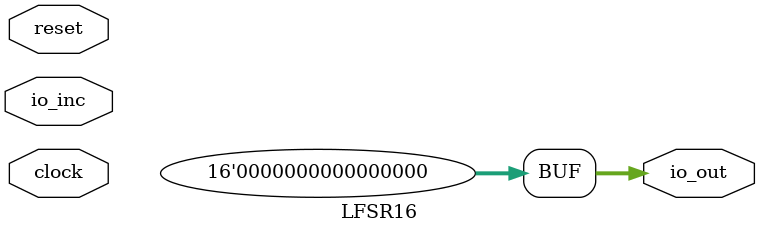
<source format=v>
module LFSR16(
  input         clock,
  input         reset,
  input         io_inc,
  output [15:0] io_out
);
  assign io_out = 16'h0; // @[LFSR16.scala 20:10]
endmodule

</source>
